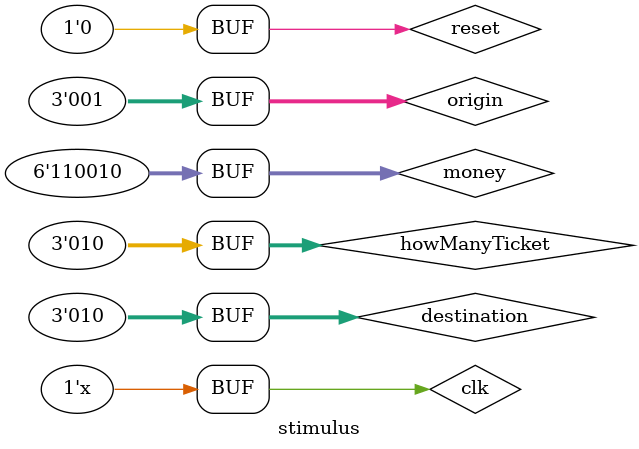
<source format=v>
module stimulus;
reg clk, reset;
reg [2:0] howManyTicket,origin, destination ;
wire  [5:0] costOfticket, moneyTopay, totalMoney; 
reg [5:0] money;

parameter s0=2'b00; //state
parameter s1=2'b01;
parameter s2=2'b10;
parameter s3=2'b11;

sell s( clk, reset, howManyTicket,origin, destination, money, costOfticket, moneyTopay, totalMoney );

initial clk = 1'b0;
always #5 clk = ~clk;

initial
begin
 reset = 1'b1;
 origin = 1;
 destination = 2 ;
 howManyTicket = 2 ;
 #5 reset = 1'b0;
 #20 money = 5;
 #10 money = 5;
 #10 money = 50;
 #20 reset = 1'b1;
 #5 reset = 1'b0;
end


endmodule




</source>
